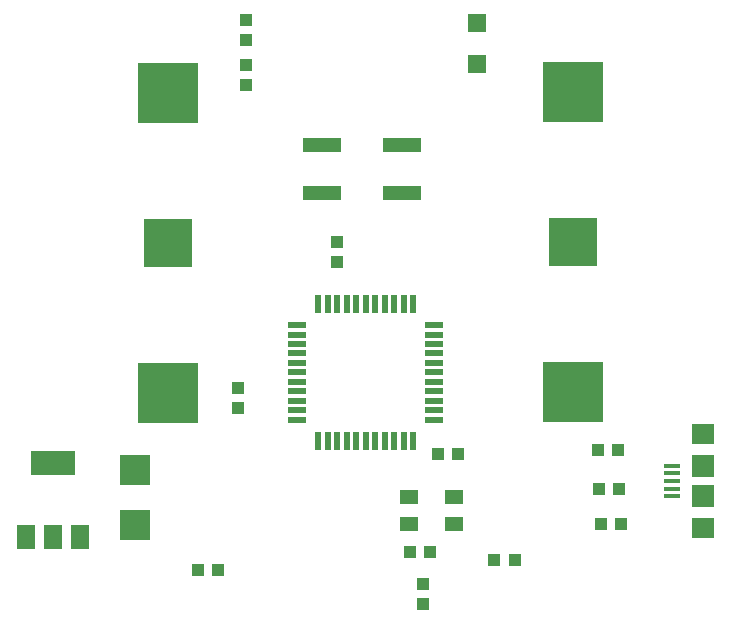
<source format=gtp>
G75*
%MOIN*%
%OFA0B0*%
%FSLAX25Y25*%
%IPPOS*%
%LPD*%
%AMOC8*
5,1,8,0,0,1.08239X$1,22.5*
%
%ADD10R,0.05906X0.01969*%
%ADD11R,0.01969X0.05906*%
%ADD12R,0.12598X0.04724*%
%ADD13R,0.04331X0.03937*%
%ADD14R,0.03937X0.04331*%
%ADD15R,0.05512X0.01378*%
%ADD16R,0.07480X0.07087*%
%ADD17R,0.07480X0.07480*%
%ADD18R,0.05906X0.05906*%
%ADD19R,0.06299X0.05118*%
%ADD20R,0.05900X0.07900*%
%ADD21R,0.15000X0.07900*%
%ADD22R,0.16000X0.16000*%
%ADD23R,0.20000X0.20000*%
%ADD24R,0.10000X0.10000*%
D10*
X0177915Y0149119D03*
X0177915Y0152268D03*
X0177915Y0155418D03*
X0177915Y0158568D03*
X0177915Y0161717D03*
X0177915Y0164867D03*
X0177915Y0168016D03*
X0177915Y0171166D03*
X0177915Y0174316D03*
X0177915Y0177465D03*
X0177915Y0180615D03*
X0223585Y0180615D03*
X0223585Y0177465D03*
X0223585Y0174316D03*
X0223585Y0171166D03*
X0223585Y0168016D03*
X0223585Y0164867D03*
X0223585Y0161717D03*
X0223585Y0158568D03*
X0223585Y0155418D03*
X0223585Y0152268D03*
X0223585Y0149119D03*
D11*
X0216498Y0142032D03*
X0213348Y0142032D03*
X0210199Y0142032D03*
X0207049Y0142032D03*
X0203900Y0142032D03*
X0200750Y0142032D03*
X0197600Y0142032D03*
X0194451Y0142032D03*
X0191301Y0142032D03*
X0188152Y0142032D03*
X0185002Y0142032D03*
X0185002Y0187701D03*
X0188152Y0187701D03*
X0191301Y0187701D03*
X0194451Y0187701D03*
X0197600Y0187701D03*
X0200750Y0187701D03*
X0203900Y0187701D03*
X0207049Y0187701D03*
X0210199Y0187701D03*
X0213348Y0187701D03*
X0216498Y0187701D03*
D12*
X0212886Y0224743D03*
X0212886Y0240491D03*
X0186114Y0240491D03*
X0186114Y0224743D03*
D13*
X0161000Y0260520D03*
X0161000Y0267213D03*
X0161000Y0275520D03*
X0161000Y0282213D03*
X0224904Y0137617D03*
X0231596Y0137617D03*
X0222096Y0104867D03*
X0215404Y0104867D03*
X0243654Y0102367D03*
X0250346Y0102367D03*
X0279154Y0114367D03*
X0285846Y0114367D03*
X0151596Y0099117D03*
X0144904Y0099117D03*
D14*
X0158250Y0153020D03*
X0158250Y0159713D03*
X0191250Y0201520D03*
X0191250Y0208213D03*
X0278154Y0138867D03*
X0284846Y0138867D03*
X0285096Y0125867D03*
X0278404Y0125867D03*
X0219750Y0094463D03*
X0219750Y0087770D03*
D15*
X0302817Y0123499D03*
X0302817Y0126058D03*
X0302817Y0128617D03*
X0302817Y0131176D03*
X0302817Y0133735D03*
D16*
X0313250Y0144365D03*
X0313250Y0112869D03*
D17*
X0313250Y0123617D03*
X0313250Y0133617D03*
D18*
X0237750Y0267477D03*
X0237750Y0281257D03*
D19*
X0230230Y0123394D03*
X0230230Y0114339D03*
X0215270Y0114339D03*
X0215270Y0123394D03*
D20*
X0087600Y0109967D03*
X0096600Y0109967D03*
X0105600Y0109967D03*
D21*
X0096500Y0134767D03*
D22*
X0135000Y0208117D03*
X0270000Y0208367D03*
D23*
X0270000Y0258367D03*
X0270000Y0158367D03*
X0135000Y0158117D03*
X0135000Y0258117D03*
D24*
X0123750Y0132367D03*
X0123750Y0113867D03*
M02*

</source>
